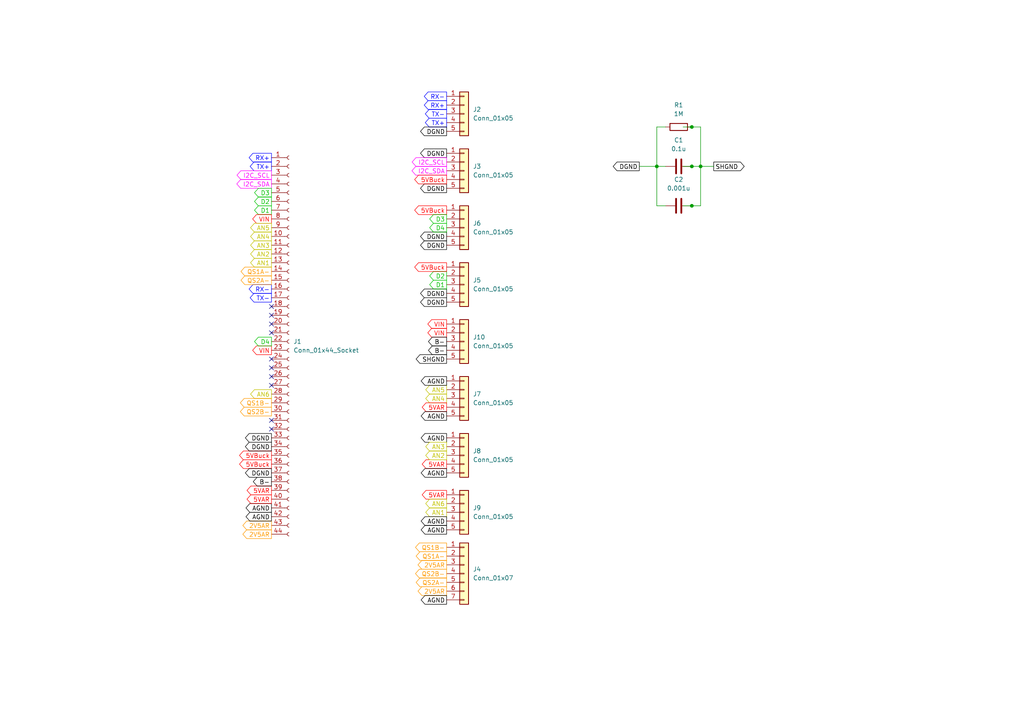
<source format=kicad_sch>
(kicad_sch (version 20231120) (generator "eeschema") (generator_version "8.0")
  (paper "A4")
  (lib_symbols
    (symbol "Connector:Conn_01x44_Socket" (pin_names (offset 1.016) hide)
      (property "Reference" "J" (at 0 55.88 0))
      (property "Value" "Conn_01x44_Socket" (at 0 -58.42 0))
      (symbol "Conn_01x44_Socket_1_1"
        (arc (start 0 -55.372) (mid -0.5058 -55.88) (end 0 -56.388) (stroke (width 0.1524)))
        (arc (start 0 -52.832) (mid -0.5058 -53.34) (end 0 -53.848) (stroke (width 0.1524)))
        (arc (start 0 -50.292) (mid -0.5058 -50.8) (end 0 -51.308) (stroke (width 0.1524)))
        (arc (start 0 -47.752) (mid -0.5058 -48.26) (end 0 -48.768) (stroke (width 0.1524)))
        (arc (start 0 -45.212) (mid -0.5058 -45.72) (end 0 -46.228) (stroke (width 0.1524)))
        (arc (start 0 -42.672) (mid -0.5058 -43.18) (end 0 -43.688) (stroke (width 0.1524)))
        (arc (start 0 -40.132) (mid -0.5058 -40.64) (end 0 -41.148) (stroke (width 0.1524)))
        (arc (start 0 -37.592) (mid -0.5058 -38.1) (end 0 -38.608) (stroke (width 0.1524)))
        (arc (start 0 -35.052) (mid -0.5058 -35.56) (end 0 -36.068) (stroke (width 0.1524)))
        (arc (start 0 -32.512) (mid -0.5058 -33.02) (end 0 -33.528) (stroke (width 0.1524)))
        (arc (start 0 -29.972) (mid -0.5058 -30.48) (end 0 -30.988) (stroke (width 0.1524)))
        (arc (start 0 -27.432) (mid -0.5058 -27.94) (end 0 -28.448) (stroke (width 0.1524)))
        (arc (start 0 -24.892) (mid -0.5058 -25.4) (end 0 -25.908) (stroke (width 0.1524)))
        (arc (start 0 -22.352) (mid -0.5058 -22.86) (end 0 -23.368) (stroke (width 0.1524)))
        (arc (start 0 -19.812) (mid -0.5058 -20.32) (end 0 -20.828) (stroke (width 0.1524)))
        (arc (start 0 -17.272) (mid -0.5058 -17.78) (end 0 -18.288) (stroke (width 0.1524)))
        (arc (start 0 -14.732) (mid -0.5058 -15.24) (end 0 -15.748) (stroke (width 0.1524)))
        (arc (start 0 -12.192) (mid -0.5058 -12.7) (end 0 -13.208) (stroke (width 0.1524)))
        (arc (start 0 -9.652) (mid -0.5058 -10.16) (end 0 -10.668) (stroke (width 0.1524)))
        (arc (start 0 -7.112) (mid -0.5058 -7.62) (end 0 -8.128) (stroke (width 0.1524)))
        (arc (start 0 -4.572) (mid -0.5058 -5.08) (end 0 -5.588) (stroke (width 0.1524)))
        (arc (start 0 -2.032) (mid -0.5058 -2.54) (end 0 -3.048) (stroke (width 0.1524)))
        (polyline (pts (xy -1.27 -55.88) (xy -0.508 -55.88)) (stroke (width 0.1524)))
        (polyline (pts (xy -1.27 -53.34) (xy -0.508 -53.34)) (stroke (width 0.1524)))
        (polyline (pts (xy -1.27 -50.8) (xy -0.508 -50.8)) (stroke (width 0.1524)))
        (polyline (pts (xy -1.27 -48.26) (xy -0.508 -48.26)) (stroke (width 0.1524)))
        (polyline (pts (xy -1.27 -45.72) (xy -0.508 -45.72)) (stroke (width 0.1524)))
        (polyline (pts (xy -1.27 -43.18) (xy -0.508 -43.18)) (stroke (width 0.1524)))
        (polyline (pts (xy -1.27 -40.64) (xy -0.508 -40.64)) (stroke (width 0.1524)))
        (polyline (pts (xy -1.27 -38.1) (xy -0.508 -38.1)) (stroke (width 0.1524)))
        (polyline (pts (xy -1.27 -35.56) (xy -0.508 -35.56)) (stroke (width 0.1524)))
        (polyline (pts (xy -1.27 -33.02) (xy -0.508 -33.02)) (stroke (width 0.1524)))
        (polyline (pts (xy -1.27 -30.48) (xy -0.508 -30.48)) (stroke (width 0.1524)))
        (polyline (pts (xy -1.27 -27.94) (xy -0.508 -27.94)) (stroke (width 0.1524)))
        (polyline (pts (xy -1.27 -25.4) (xy -0.508 -25.4)) (stroke (width 0.1524)))
        (polyline (pts (xy -1.27 -22.86) (xy -0.508 -22.86)) (stroke (width 0.1524)))
        (polyline (pts (xy -1.27 -20.32) (xy -0.508 -20.32)) (stroke (width 0.1524)))
        (polyline (pts (xy -1.27 -17.78) (xy -0.508 -17.78)) (stroke (width 0.1524)))
        (polyline (pts (xy -1.27 -15.24) (xy -0.508 -15.24)) (stroke (width 0.1524)))
        (polyline (pts (xy -1.27 -12.7) (xy -0.508 -12.7)) (stroke (width 0.1524)))
        (polyline (pts (xy -1.27 -10.16) (xy -0.508 -10.16)) (stroke (width 0.1524)))
        (polyline (pts (xy -1.27 -7.62) (xy -0.508 -7.62)) (stroke (width 0.1524)))
        (polyline (pts (xy -1.27 -5.08) (xy -0.508 -5.08)) (stroke (width 0.1524)))
        (polyline (pts (xy -1.27 -2.54) (xy -0.508 -2.54)) (stroke (width 0.1524)))
        (polyline (pts (xy -1.27 0) (xy -0.508 0)) (stroke (width 0.1524)))
        (polyline (pts (xy -1.27 2.54) (xy -0.508 2.54)) (stroke (width 0.1524)))
        (polyline (pts (xy -1.27 5.08) (xy -0.508 5.08)) (stroke (width 0.1524)))
        (polyline (pts (xy -1.27 7.62) (xy -0.508 7.62)) (stroke (width 0.1524)))
        (polyline (pts (xy -1.27 10.16) (xy -0.508 10.16)) (stroke (width 0.1524)))
        (polyline (pts (xy -1.27 12.7) (xy -0.508 12.7)) (stroke (width 0.1524)))
        (polyline (pts (xy -1.27 15.24) (xy -0.508 15.24)) (stroke (width 0.1524)))
        (polyline (pts (xy -1.27 17.78) (xy -0.508 17.78)) (stroke (width 0.1524)))
        (polyline (pts (xy -1.27 20.32) (xy -0.508 20.32)) (stroke (width 0.1524)))
        (polyline (pts (xy -1.27 22.86) (xy -0.508 22.86)) (stroke (width 0.1524)))
        (polyline (pts (xy -1.27 25.4) (xy -0.508 25.4)) (stroke (width 0.1524)))
        (polyline (pts (xy -1.27 27.94) (xy -0.508 27.94)) (stroke (width 0.1524)))
        (polyline (pts (xy -1.27 30.48) (xy -0.508 30.48)) (stroke (width 0.1524)))
        (polyline (pts (xy -1.27 33.02) (xy -0.508 33.02)) (stroke (width 0.1524)))
        (polyline (pts (xy -1.27 35.56) (xy -0.508 35.56)) (stroke (width 0.1524)))
        (polyline (pts (xy -1.27 38.1) (xy -0.508 38.1)) (stroke (width 0.1524)))
        (polyline (pts (xy -1.27 40.64) (xy -0.508 40.64)) (stroke (width 0.1524)))
        (polyline (pts (xy -1.27 43.18) (xy -0.508 43.18)) (stroke (width 0.1524)))
        (polyline (pts (xy -1.27 45.72) (xy -0.508 45.72)) (stroke (width 0.1524)))
        (polyline (pts (xy -1.27 48.26) (xy -0.508 48.26)) (stroke (width 0.1524)))
        (polyline (pts (xy -1.27 50.8) (xy -0.508 50.8)) (stroke (width 0.1524)))
        (polyline (pts (xy -1.27 53.34) (xy -0.508 53.34)) (stroke (width 0.1524)))
        (arc (start 0 0.508) (mid -0.5058 0) (end 0 -0.508) (stroke (width 0.1524)))
        (arc (start 0 3.048) (mid -0.5058 2.54) (end 0 2.032) (stroke (width 0.1524)))
        (arc (start 0 5.588) (mid -0.5058 5.08) (end 0 4.572) (stroke (width 0.1524)))
        (arc (start 0 8.128) (mid -0.5058 7.62) (end 0 7.112) (stroke (width 0.1524)))
        (arc (start 0 10.668) (mid -0.5058 10.16) (end 0 9.652) (stroke (width 0.1524)))
        (arc (start 0 13.208) (mid -0.5058 12.7) (end 0 12.192) (stroke (width 0.1524)))
        (arc (start 0 15.748) (mid -0.5058 15.24) (end 0 14.732) (stroke (width 0.1524)))
        (arc (start 0 18.288) (mid -0.5058 17.78) (end 0 17.272) (stroke (width 0.1524)))
        (arc (start 0 20.828) (mid -0.5058 20.32) (end 0 19.812) (stroke (width 0.1524)))
        (arc (start 0 23.368) (mid -0.5058 22.86) (end 0 22.352) (stroke (width 0.1524)))
        (arc (start 0 25.908) (mid -0.5058 25.4) (end 0 24.892) (stroke (width 0.1524)))
        (arc (start 0 28.448) (mid -0.5058 27.94) (end 0 27.432) (stroke (width 0.1524)))
        (arc (start 0 30.988) (mid -0.5058 30.48) (end 0 29.972) (stroke (width 0.1524)))
        (arc (start 0 33.528) (mid -0.5058 33.02) (end 0 32.512) (stroke (width 0.1524)))
        (arc (start 0 36.068) (mid -0.5058 35.56) (end 0 35.052) (stroke (width 0.1524)))
        (arc (start 0 38.608) (mid -0.5058 38.1) (end 0 37.592) (stroke (width 0.1524)))
        (arc (start 0 41.148) (mid -0.5058 40.64) (end 0 40.132) (stroke (width 0.1524)))
        (arc (start 0 43.688) (mid -0.5058 43.18) (end 0 42.672) (stroke (width 0.1524)))
        (arc (start 0 46.228) (mid -0.5058 45.72) (end 0 45.212) (stroke (width 0.1524)))
        (arc (start 0 48.768) (mid -0.5058 48.26) (end 0 47.752) (stroke (width 0.1524)))
        (arc (start 0 51.308) (mid -0.5058 50.8) (end 0 50.292) (stroke (width 0.1524)))
        (arc (start 0 53.848) (mid -0.5058 53.34) (end 0 52.832) (stroke (width 0.1524)))
        (pin passive line (at -5.08 53.34 0) (length 3.81) (name "Pin_1") (number "1"))
        (pin passive line (at -5.08 30.48 0) (length 3.81) (name "Pin_10") (number "10"))
        (pin passive line (at -5.08 27.94 0) (length 3.81) (name "Pin_11") (number "11"))
        (pin passive line (at -5.08 25.4 0) (length 3.81) (name "Pin_12") (number "12"))
        (pin passive line (at -5.08 22.86 0) (length 3.81) (name "Pin_13") (number "13"))
        (pin passive line (at -5.08 20.32 0) (length 3.81) (name "Pin_14") (number "14"))
        (pin passive line (at -5.08 17.78 0) (length 3.81) (name "Pin_15") (number "15"))
        (pin passive line (at -5.08 15.24 0) (length 3.81) (name "Pin_16") (number "16"))
        (pin passive line (at -5.08 12.7 0) (length 3.81) (name "Pin_17") (number "17"))
        (pin passive line (at -5.08 10.16 0) (length 3.81) (name "Pin_18") (number "18"))
        (pin passive line (at -5.08 7.62 0) (length 3.81) (name "Pin_19") (number "19"))
        (pin passive line (at -5.08 50.8 0) (length 3.81) (name "Pin_2") (number "2"))
        (pin passive line (at -5.08 5.08 0) (length 3.81) (name "Pin_20") (number "20"))
        (pin passive line (at -5.08 2.54 0) (length 3.81) (name "Pin_21") (number "21"))
        (pin passive line (at -5.08 0 0) (length 3.81) (name "Pin_22") (number "22"))
        (pin passive line (at -5.08 -2.54 0) (length 3.81) (name "Pin_23") (number "23"))
        (pin passive line (at -5.08 -5.08 0) (length 3.81) (name "Pin_24") (number "24"))
        (pin passive line (at -5.08 -7.62 0) (length 3.81) (name "Pin_25") (number "25"))
        (pin passive line (at -5.08 -10.16 0) (length 3.81) (name "Pin_26") (number "26"))
        (pin passive line (at -5.08 -12.7 0) (length 3.81) (name "Pin_27") (number "27"))
        (pin passive line (at -5.08 -15.24 0) (length 3.81) (name "Pin_28") (number "28"))
        (pin passive line (at -5.08 -17.78 0) (length 3.81) (name "Pin_29") (number "29"))
        (pin passive line (at -5.08 48.26 0) (length 3.81) (name "Pin_3") (number "3"))
        (pin passive line (at -5.08 -20.32 0) (length 3.81) (name "Pin_30") (number "30"))
        (pin passive line (at -5.08 -22.86 0) (length 3.81) (name "Pin_31") (number "31"))
        (pin passive line (at -5.08 -25.4 0) (length 3.81) (name "Pin_32") (number "32"))
        (pin passive line (at -5.08 -27.94 0) (length 3.81) (name "Pin_33") (number "33"))
        (pin passive line (at -5.08 -30.48 0) (length 3.81) (name "Pin_34") (number "34"))
        (pin passive line (at -5.08 -33.02 0) (length 3.81) (name "Pin_35") (number "35"))
        (pin passive line (at -5.08 -35.56 0) (length 3.81) (name "Pin_36") (number "36"))
        (pin passive line (at -5.08 -38.1 0) (length 3.81) (name "Pin_37") (number "37"))
        (pin passive line (at -5.08 -40.64 0) (length 3.81) (name "Pin_38") (number "38"))
        (pin passive line (at -5.08 -43.18 0) (length 3.81) (name "Pin_39") (number "39"))
        (pin passive line (at -5.08 45.72 0) (length 3.81) (name "Pin_4") (number "4"))
        (pin passive line (at -5.08 -45.72 0) (length 3.81) (name "Pin_40") (number "40"))
        (pin passive line (at -5.08 -48.26 0) (length 3.81) (name "Pin_41") (number "41"))
        (pin passive line (at -5.08 -50.8 0) (length 3.81) (name "Pin_42") (number "42"))
        (pin passive line (at -5.08 -53.34 0) (length 3.81) (name "Pin_43") (number "43"))
        (pin passive line (at -5.08 -55.88 0) (length 3.81) (name "Pin_44") (number "44"))
        (pin passive line (at -5.08 43.18 0) (length 3.81) (name "Pin_5") (number "5"))
        (pin passive line (at -5.08 40.64 0) (length 3.81) (name "Pin_6") (number "6"))
        (pin passive line (at -5.08 38.1 0) (length 3.81) (name "Pin_7") (number "7"))
        (pin passive line (at -5.08 35.56 0) (length 3.81) (name "Pin_8") (number "8"))
        (pin passive line (at -5.08 33.02 0) (length 3.81) (name "Pin_9") (number "9"))
      )
    )
    (symbol "Connector_Generic:Conn_01x05" (pin_names (offset 1.016) hide)
      (property "Reference" "J" (at 0 7.62 0))
      (property "Value" "Conn_01x05" (at 0 -7.62 0))
      (symbol "Conn_01x05_1_1"
        (rectangle (start -1.27 -4.953) (end 0 -5.207) (stroke (width 0.1524)))
        (rectangle (start -1.27 -2.413) (end 0 -2.667) (stroke (width 0.1524)))
        (rectangle (start -1.27 0.127) (end 0 -0.127) (stroke (width 0.1524)))
        (rectangle (start -1.27 2.667) (end 0 2.413) (stroke (width 0.1524)))
        (rectangle (start -1.27 5.207) (end 0 4.953) (stroke (width 0.1524)))
        (rectangle (start -1.27 6.35) (end 1.27 -6.35) (stroke (width 0.254)) (fill (type background)))
        (pin passive line (at -5.08 5.08 0) (length 3.81) (name "Pin_1") (number "1"))
        (pin passive line (at -5.08 2.54 0) (length 3.81) (name "Pin_2") (number "2"))
        (pin passive line (at -5.08 0 0) (length 3.81) (name "Pin_3") (number "3"))
        (pin passive line (at -5.08 -2.54 0) (length 3.81) (name "Pin_4") (number "4"))
        (pin passive line (at -5.08 -5.08 0) (length 3.81) (name "Pin_5") (number "5"))
      )
    )
    (symbol "Connector_Generic:Conn_01x07" (pin_names (offset 1.016) hide)
      (property "Reference" "J" (at 0 10.16 0))
      (property "Value" "Conn_01x07" (at 0 -10.16 0))
      (symbol "Conn_01x07_1_1"
        (rectangle (start -1.27 -7.493) (end 0 -7.747) (stroke (width 0.1524)))
        (rectangle (start -1.27 -4.953) (end 0 -5.207) (stroke (width 0.1524)))
        (rectangle (start -1.27 -2.413) (end 0 -2.667) (stroke (width 0.1524)))
        (rectangle (start -1.27 0.127) (end 0 -0.127) (stroke (width 0.1524)))
        (rectangle (start -1.27 2.667) (end 0 2.413) (stroke (width 0.1524)))
        (rectangle (start -1.27 5.207) (end 0 4.953) (stroke (width 0.1524)))
        (rectangle (start -1.27 7.747) (end 0 7.493) (stroke (width 0.1524)))
        (rectangle (start -1.27 8.89) (end 1.27 -8.89) (stroke (width 0.254)) (fill (type background)))
        (pin passive line (at -5.08 7.62 0) (length 3.81) (name "Pin_1") (number "1"))
        (pin passive line (at -5.08 5.08 0) (length 3.81) (name "Pin_2") (number "2"))
        (pin passive line (at -5.08 2.54 0) (length 3.81) (name "Pin_3") (number "3"))
        (pin passive line (at -5.08 0 0) (length 3.81) (name "Pin_4") (number "4"))
        (pin passive line (at -5.08 -2.54 0) (length 3.81) (name "Pin_5") (number "5"))
        (pin passive line (at -5.08 -5.08 0) (length 3.81) (name "Pin_6") (number "6"))
        (pin passive line (at -5.08 -7.62 0) (length 3.81) (name "Pin_7") (number "7"))
      )
    )
    (symbol "Device:C" (pin_numbers hide) (pin_names (offset 0.254))
      (property "Reference" "C" (at 0.635 2.54 0))
      (property "Value" "C" (at 0.635 -2.54 0))
      (symbol "C_0_1"
        (polyline (pts (xy -2.032 -0.762) (xy 2.032 -0.762)) (stroke (width 0.508)))
        (polyline (pts (xy -2.032 0.762) (xy 2.032 0.762)) (stroke (width 0.508)))
      )
      (symbol "C_1_1"
        (pin passive line (at 0 3.81 270) (length 2.794) (name "~") (number "1"))
        (pin passive line (at 0 -3.81 90) (length 2.794) (name "~") (number "2"))
      )
    )
    (symbol "Device:R" (pin_numbers hide) (pin_names (offset 0))
      (property "Reference" "R" (at 2.032 0 90))
      (property "Value" "R" (at 0 0 90))
      (symbol "R_0_1"
        (rectangle (start -1.016 -2.54) (end 1.016 2.54) (stroke (width 0.254)))
      )
      (symbol "R_1_1"
        (pin passive line (at 0 3.81 270) (length 1.27) (name "~") (number "1"))
        (pin passive line (at 0 -3.81 90) (length 1.27) (name "~") (number "2"))
      )
    )
  )
  (junction (at 203.2 48.26))
  (junction (at 190.5 48.26))
  (junction (at 200.66 59.69))
  (junction (at 200.66 48.26))
  (junction (at 200.66 36.83))
  (no_connect (at 78.74 106.68))
  (no_connect (at 78.74 93.98))
  (no_connect (at 78.74 104.14))
  (no_connect (at 78.74 88.9))
  (no_connect (at 78.74 121.92))
  (no_connect (at 78.74 124.46))
  (no_connect (at 78.74 96.52))
  (no_connect (at 78.74 109.22))
  (no_connect (at 78.74 91.44))
  (no_connect (at 78.74 111.76))
  (wire (pts (xy 207.01 48.26) (xy 203.2 48.26)))
  (wire (pts (xy 190.5 48.26) (xy 193.04 48.26)))
  (wire (pts (xy 190.5 36.83) (xy 190.5 48.26)))
  (wire (pts (xy 198.12 36.83) (xy 200.66 36.83)))
  (wire (pts (xy 193.04 59.69) (xy 190.5 59.69)))
  (wire (pts (xy 198.12 48.26) (xy 200.66 48.26)))
  (wire (pts (xy 185.42 48.26) (xy 190.5 48.26)))
  (wire (pts (xy 200.66 48.26) (xy 203.2 48.26)))
  (wire (pts (xy 203.2 48.26) (xy 203.2 59.69)))
  (wire (pts (xy 190.5 48.26) (xy 190.5 59.69)))
  (wire (pts (xy 203.2 36.83) (xy 203.2 48.26)))
  (wire (pts (xy 193.04 36.83) (xy 190.5 36.83)))
  (wire (pts (xy 203.2 59.69) (xy 200.66 59.69)))
  (wire (pts (xy 200.66 36.83) (xy 203.2 36.83)))
  (wire (pts (xy 198.12 59.69) (xy 200.66 59.69)))
  (global_label "TX-" (shape output) (at 78.74 86.36 180) (property "Intersheetrefs" "${INTERSHEET_REFS}" (effects (hide yes))))
  (global_label "I2C_SDA" (shape output) (at 129.54 49.53 180) (property "Intersheetrefs" "${INTERSHEET_REFS}" (effects (hide yes))))
  (global_label "D4" (shape output) (at 78.74 99.06 180) (property "Intersheetrefs" "${INTERSHEET_REFS}" (effects (hide yes))))
  (global_label "RX-" (shape output) (at 129.54 27.94 180) (property "Intersheetrefs" "${INTERSHEET_REFS}" (effects (hide yes))))
  (global_label "DGND" (shape output) (at 129.54 54.61 180) (property "Intersheetrefs" "${INTERSHEET_REFS}" (effects (hide yes))))
  (global_label "AN2" (shape output) (at 78.74 73.66 180) (property "Intersheetrefs" "${INTERSHEET_REFS}" (effects (hide yes))))
  (global_label "QS2B-" (shape output) (at 78.74 119.38 180) (property "Intersheetrefs" "${INTERSHEET_REFS}" (effects (hide yes))))
  (global_label "5VAR" (shape output) (at 78.74 142.24 180) (property "Intersheetrefs" "${INTERSHEET_REFS}" (effects (hide yes))))
  (global_label "2V5AR" (shape output) (at 78.74 154.94 180) (property "Intersheetrefs" "${INTERSHEET_REFS}" (effects (hide yes))))
  (global_label "AGND" (shape output) (at 129.54 110.49 180) (property "Intersheetrefs" "${INTERSHEET_REFS}" (effects (hide yes))))
  (global_label "TX-" (shape output) (at 129.54 33.02 180) (property "Intersheetrefs" "${INTERSHEET_REFS}" (effects (hide yes))))
  (global_label "SHGND" (shape output) (at 207.01 48.26 0) (property "Intersheetrefs" "${INTERSHEET_REFS}" (effects (hide yes))))
  (global_label "D1" (shape output) (at 129.54 82.55 180) (property "Intersheetrefs" "${INTERSHEET_REFS}" (effects (hide yes))))
  (global_label "D3" (shape output) (at 78.74 55.88 180) (property "Intersheetrefs" "${INTERSHEET_REFS}" (effects (hide yes))))
  (global_label "VIN" (shape output) (at 78.74 63.5 180) (property "Intersheetrefs" "${INTERSHEET_REFS}" (effects (hide yes))))
  (global_label "DGND" (shape output) (at 129.54 68.58 180) (property "Intersheetrefs" "${INTERSHEET_REFS}" (effects (hide yes))))
  (global_label "AGND" (shape output) (at 129.54 153.67 180) (property "Intersheetrefs" "${INTERSHEET_REFS}" (effects (hide yes))))
  (global_label "AN5" (shape output) (at 129.54 113.03 180) (property "Intersheetrefs" "${INTERSHEET_REFS}" (effects (hide yes))))
  (global_label "QS1B-" (shape output) (at 78.74 116.84 180) (property "Intersheetrefs" "${INTERSHEET_REFS}" (effects (hide yes))))
  (global_label "2V5AR" (shape output) (at 129.54 163.83 180) (property "Intersheetrefs" "${INTERSHEET_REFS}" (effects (hide yes))))
  (global_label "AN1" (shape output) (at 78.74 76.2 180) (property "Intersheetrefs" "${INTERSHEET_REFS}" (effects (hide yes))))
  (global_label "5VAR" (shape output) (at 129.54 143.51 180) (property "Intersheetrefs" "${INTERSHEET_REFS}" (effects (hide yes))))
  (global_label "D3" (shape output) (at 129.54 63.5 180) (property "Intersheetrefs" "${INTERSHEET_REFS}" (effects (hide yes))))
  (global_label "5VBuck" (shape output) (at 129.54 77.47 180) (property "Intersheetrefs" "${INTERSHEET_REFS}" (effects (hide yes))))
  (global_label "DGND" (shape output) (at 78.74 137.16 180) (property "Intersheetrefs" "${INTERSHEET_REFS}" (effects (hide yes))))
  (global_label "I2C_SDA" (shape output) (at 78.74 53.34 180) (property "Intersheetrefs" "${INTERSHEET_REFS}" (effects (hide yes))))
  (global_label "AN3" (shape output) (at 129.54 129.54 180) (property "Intersheetrefs" "${INTERSHEET_REFS}" (effects (hide yes))))
  (global_label "B-" (shape output) (at 129.54 99.06 180) (property "Intersheetrefs" "${INTERSHEET_REFS}" (effects (hide yes))))
  (global_label "5VBuck" (shape output) (at 129.54 60.96 180) (property "Intersheetrefs" "${INTERSHEET_REFS}" (effects (hide yes))))
  (global_label "B-" (shape output) (at 78.74 139.7 180) (property "Intersheetrefs" "${INTERSHEET_REFS}" (effects (hide yes))))
  (global_label "DGND" (shape output) (at 78.74 129.54 180) (property "Intersheetrefs" "${INTERSHEET_REFS}" (effects (hide yes))))
  (global_label "DGND" (shape output) (at 129.54 87.63 180) (property "Intersheetrefs" "${INTERSHEET_REFS}" (effects (hide yes))))
  (global_label "QS2A-" (shape output) (at 129.54 168.91 180) (property "Intersheetrefs" "${INTERSHEET_REFS}" (effects (hide yes))))
  (global_label "VIN" (shape output) (at 129.54 93.98 180) (property "Intersheetrefs" "${INTERSHEET_REFS}" (effects (hide yes))))
  (global_label "5VBuck" (shape output) (at 78.74 134.62 180) (property "Intersheetrefs" "${INTERSHEET_REFS}" (effects (hide yes))))
  (global_label "QS1A-" (shape output) (at 78.74 78.74 180) (property "Intersheetrefs" "${INTERSHEET_REFS}" (effects (hide yes))))
  (global_label "I2C_SCL" (shape output) (at 78.74 50.8 180) (property "Intersheetrefs" "${INTERSHEET_REFS}" (effects (hide yes))))
  (global_label "I2C_SCL" (shape output) (at 129.54 46.99 180) (property "Intersheetrefs" "${INTERSHEET_REFS}" (effects (hide yes))))
  (global_label "AGND" (shape output) (at 129.54 120.65 180) (property "Intersheetrefs" "${INTERSHEET_REFS}" (effects (hide yes))))
  (global_label "QS2A-" (shape output) (at 78.74 81.28 180) (property "Intersheetrefs" "${INTERSHEET_REFS}" (effects (hide yes))))
  (global_label "VIN" (shape output) (at 129.54 96.52 180) (property "Intersheetrefs" "${INTERSHEET_REFS}" (effects (hide yes))))
  (global_label "5VAR" (shape output) (at 129.54 118.11 180) (property "Intersheetrefs" "${INTERSHEET_REFS}" (effects (hide yes))))
  (global_label "AN5" (shape output) (at 78.74 66.04 180) (property "Intersheetrefs" "${INTERSHEET_REFS}" (effects (hide yes))))
  (global_label "DGND" (shape output) (at 129.54 44.45 180) (property "Intersheetrefs" "${INTERSHEET_REFS}" (effects (hide yes))))
  (global_label "AN1" (shape output) (at 129.54 148.59 180) (property "Intersheetrefs" "${INTERSHEET_REFS}" (effects (hide yes))))
  (global_label "5VAR" (shape output) (at 78.74 144.78 180) (property "Intersheetrefs" "${INTERSHEET_REFS}" (effects (hide yes))))
  (global_label "AN2" (shape output) (at 129.54 132.08 180) (property "Intersheetrefs" "${INTERSHEET_REFS}" (effects (hide yes))))
  (global_label "AGND" (shape output) (at 78.74 149.86 180) (property "Intersheetrefs" "${INTERSHEET_REFS}" (effects (hide yes))))
  (global_label "B-" (shape output) (at 129.54 101.6 180) (property "Intersheetrefs" "${INTERSHEET_REFS}" (effects (hide yes))))
  (global_label "AGND" (shape output) (at 129.54 137.16 180) (property "Intersheetrefs" "${INTERSHEET_REFS}" (effects (hide yes))))
  (global_label "AN6" (shape output) (at 129.54 146.05 180) (property "Intersheetrefs" "${INTERSHEET_REFS}" (effects (hide yes))))
  (global_label "5VAR" (shape output) (at 129.54 134.62 180) (property "Intersheetrefs" "${INTERSHEET_REFS}" (effects (hide yes))))
  (global_label "AN4" (shape output) (at 129.54 115.57 180) (property "Intersheetrefs" "${INTERSHEET_REFS}" (effects (hide yes))))
  (global_label "RX+" (shape output) (at 129.54 30.48 180) (property "Intersheetrefs" "${INTERSHEET_REFS}" (effects (hide yes))))
  (global_label "DGND" (shape output) (at 78.74 127 180) (property "Intersheetrefs" "${INTERSHEET_REFS}" (effects (hide yes))))
  (global_label "D2" (shape output) (at 78.74 58.42 180) (property "Intersheetrefs" "${INTERSHEET_REFS}" (effects (hide yes))))
  (global_label "AGND" (shape output) (at 129.54 151.13 180) (property "Intersheetrefs" "${INTERSHEET_REFS}" (effects (hide yes))))
  (global_label "RX-" (shape output) (at 78.74 83.82 180) (property "Intersheetrefs" "${INTERSHEET_REFS}" (effects (hide yes))))
  (global_label "5VBuck" (shape output) (at 129.54 52.07 180) (property "Intersheetrefs" "${INTERSHEET_REFS}" (effects (hide yes))))
  (global_label "AGND" (shape output) (at 129.54 127 180) (property "Intersheetrefs" "${INTERSHEET_REFS}" (effects (hide yes))))
  (global_label "2V5AR" (shape output) (at 78.74 152.4 180) (property "Intersheetrefs" "${INTERSHEET_REFS}" (effects (hide yes))))
  (global_label "QS1A-" (shape output) (at 129.54 161.29 180) (property "Intersheetrefs" "${INTERSHEET_REFS}" (effects (hide yes))))
  (global_label "DGND" (shape output) (at 129.54 85.09 180) (property "Intersheetrefs" "${INTERSHEET_REFS}" (effects (hide yes))))
  (global_label "AN3" (shape output) (at 78.74 71.12 180) (property "Intersheetrefs" "${INTERSHEET_REFS}" (effects (hide yes))))
  (global_label "D4" (shape output) (at 129.54 66.04 180) (property "Intersheetrefs" "${INTERSHEET_REFS}" (effects (hide yes))))
  (global_label "D1" (shape output) (at 78.74 60.96 180) (property "Intersheetrefs" "${INTERSHEET_REFS}" (effects (hide yes))))
  (global_label "VIN" (shape output) (at 78.74 101.6 180) (property "Intersheetrefs" "${INTERSHEET_REFS}" (effects (hide yes))))
  (global_label "AGND" (shape output) (at 129.54 173.99 180) (property "Intersheetrefs" "${INTERSHEET_REFS}" (effects (hide yes))))
  (global_label "AN6" (shape output) (at 78.74 114.3 180) (property "Intersheetrefs" "${INTERSHEET_REFS}" (effects (hide yes))))
  (global_label "AN4" (shape output) (at 78.74 68.58 180) (property "Intersheetrefs" "${INTERSHEET_REFS}" (effects (hide yes))))
  (global_label "SHGND" (shape output) (at 129.54 104.14 180) (property "Intersheetrefs" "${INTERSHEET_REFS}" (effects (hide yes))))
  (global_label "QS1B-" (shape output) (at 129.54 158.75 180) (property "Intersheetrefs" "${INTERSHEET_REFS}" (effects (hide yes))))
  (global_label "DGND" (shape output) (at 185.42 48.26 180) (property "Intersheetrefs" "${INTERSHEET_REFS}" (effects (hide yes))))
  (global_label "TX+" (shape output) (at 78.74 48.26 180) (property "Intersheetrefs" "${INTERSHEET_REFS}" (effects (hide yes))))
  (global_label "DGND" (shape output) (at 129.54 38.1 180) (property "Intersheetrefs" "${INTERSHEET_REFS}" (effects (hide yes))))
  (global_label "TX+" (shape output) (at 129.54 35.56 180) (property "Intersheetrefs" "${INTERSHEET_REFS}" (effects (hide yes))))
  (global_label "5VBuck" (shape output) (at 78.74 132.08 180) (property "Intersheetrefs" "${INTERSHEET_REFS}" (effects (hide yes))))
  (global_label "AGND" (shape output) (at 78.74 147.32 180) (property "Intersheetrefs" "${INTERSHEET_REFS}" (effects (hide yes))))
  (global_label "D2" (shape output) (at 129.54 80.01 180) (property "Intersheetrefs" "${INTERSHEET_REFS}" (effects (hide yes))))
  (global_label "QS2B-" (shape output) (at 129.54 166.37 180) (property "Intersheetrefs" "${INTERSHEET_REFS}" (effects (hide yes))))
  (global_label "DGND" (shape output) (at 129.54 71.12 180) (property "Intersheetrefs" "${INTERSHEET_REFS}" (effects (hide yes))))
  (global_label "2V5AR" (shape output) (at 129.54 171.45 180) (property "Intersheetrefs" "${INTERSHEET_REFS}" (effects (hide yes))))
  (global_label "RX+" (shape output) (at 78.74 45.72 180) (property "Intersheetrefs" "${INTERSHEET_REFS}" (effects (hide yes))))
  (symbol (lib_id "Connector_Generic:Conn_01x05") (at 134.62 82.55 0) (unit 1)
    (property "Reference" "J5" (at 137.16 81.2799 0) (effects (justify left)))
    (property "Value" "Conn_01x05" (at 137.16 83.8199 0) (effects (justify left)))
    (property "Footprint" "Connector_Wire:1x5WirePadsBack" (effects (hide yes)))
    (property "Description" "Generic connector, single row, 01x05, script generated (kicad-library-utils/schlib/autogen/connector/)" (effects (hide yes)))
  )
  (symbol (lib_id "Connector_Generic:Conn_01x05") (at 134.62 148.59 0) (unit 1)
    (property "Reference" "J9" (at 137.16 147.3199 0) (effects (justify left)))
    (property "Value" "Conn_01x05" (at 137.16 149.8599 0) (effects (justify left)))
    (property "Footprint" "Connector_Wire:1x5WirePadsBack" (effects (hide yes)))
    (property "Description" "Generic connector, single row, 01x05, script generated (kicad-library-utils/schlib/autogen/connector/)" (effects (hide yes)))
  )
  (symbol (lib_id "Device:C") (at 196.85 48.26 90) (unit 1)
    (property "Reference" "C1" (at 196.85 40.64 90))
    (property "Value" "0.1u" (at 196.85 43.18 90))
    (property "Footprint" "Capacitor_SMD:C_0603_1608Metric" (effects (hide yes)))
    (property "Description" "Unpolarized capacitor" (effects (hide yes)))
  )
  (symbol (lib_id "Connector:Conn_01x44_Socket") (at 83.82 99.06 0) (unit 1)
    (property "Reference" "J1" (at 85.09 99.0599 0) (effects (justify left)))
    (property "Value" "Conn_01x44_Socket" (at 85.09 101.5999 0) (effects (justify left)))
    (property "Footprint" "21xt_footprints:AMPHENOL_ICD44S13E4GX00LF" (effects (hide yes)))
    (property "Description" "\"Generic connector, single row, 01x44, script generated\"" (effects (hide yes)))
  )
  (symbol (lib_id "Device:C") (at 196.85 59.69 270) (unit 1)
    (property "Reference" "C2" (at 196.85 52.07 90))
    (property "Value" "0.001u" (at 196.85 54.61 90))
    (property "Footprint" "Capacitor_SMD:C_0603_1608Metric" (effects (hide yes)))
    (property "Description" "Unpolarized capacitor" (effects (hide yes)))
  )
  (symbol (lib_id "Connector_Generic:Conn_01x05") (at 134.62 115.57 0) (unit 1)
    (property "Reference" "J7" (at 137.16 114.2999 0) (effects (justify left)))
    (property "Value" "Conn_01x05" (at 137.16 116.8399 0) (effects (justify left)))
    (property "Footprint" "Connector_Wire:1x5WirePadsBack" (effects (hide yes)))
    (property "Description" "Generic connector, single row, 01x05, script generated (kicad-library-utils/schlib/autogen/connector/)" (effects (hide yes)))
  )
  (symbol (lib_id "Device:R") (at 196.85 36.83 90) (unit 1)
    (property "Reference" "R1" (at 196.85 30.48 90))
    (property "Value" "1M" (at 196.85 33.02 90))
    (property "Footprint" "Resistor_SMD:R_0603_1608Metric" (effects (hide yes)))
    (property "Description" "Resistor" (effects (hide yes)))
  )
  (symbol (lib_id "Connector_Generic:Conn_01x07") (at 134.62 166.37 0) (unit 1)
    (property "Reference" "J4" (at 137.16 165.0999 0) (effects (justify left)))
    (property "Value" "Conn_01x07" (at 137.16 167.6399 0) (effects (justify left)))
    (property "Footprint" "Connector_Wire:1x7WirePads" (effects (hide yes)))
    (property "Description" "Generic connector, single row, 01x07, script generated (kicad-library-utils/schlib/autogen/connector/)" (effects (hide yes)))
  )
  (symbol (lib_id "Connector_Generic:Conn_01x05") (at 134.62 132.08 0) (unit 1)
    (property "Reference" "J8" (at 137.16 130.8099 0) (effects (justify left)))
    (property "Value" "Conn_01x05" (at 137.16 133.3499 0) (effects (justify left)))
    (property "Footprint" "Connector_Wire:1x5WirePadsFront" (effects (hide yes)))
    (property "Description" "Generic connector, single row, 01x05, script generated (kicad-library-utils/schlib/autogen/connector/)" (effects (hide yes)))
  )
  (symbol (lib_id "Connector_Generic:Conn_01x05") (at 134.62 99.06 0) (unit 1)
    (property "Reference" "J10" (at 137.16 97.7899 0) (effects (justify left)))
    (property "Value" "Conn_01x05" (at 137.16 100.3299 0) (effects (justify left)))
    (property "Footprint" "Connector_Wire:1x5WirePadsFront" (effects (hide yes)))
    (property "Description" "Generic connector, single row, 01x05, script generated (kicad-library-utils/schlib/autogen/connector/)" (effects (hide yes)))
  )
  (symbol (lib_id "Connector_Generic:Conn_01x05") (at 134.62 33.02 0) (unit 1)
    (property "Reference" "J2" (at 137.16 31.7499 0) (effects (justify left)))
    (property "Value" "Conn_01x05" (at 137.16 34.2899 0) (effects (justify left)))
    (property "Footprint" "Connector_Wire:1x5WirePadsFront" (effects (hide yes)))
    (property "Description" "Generic connector, single row, 01x05, script generated (kicad-library-utils/schlib/autogen/connector/)" (effects (hide yes)))
  )
  (symbol (lib_id "Connector_Generic:Conn_01x05") (at 134.62 49.53 0) (unit 1)
    (property "Reference" "J3" (at 137.16 48.2599 0) (effects (justify left)))
    (property "Value" "Conn_01x05" (at 137.16 50.7999 0) (effects (justify left)))
    (property "Footprint" "Connector_Wire:1x5WirePadsBack" (effects (hide yes)))
    (property "Description" "Generic connector, single row, 01x05, script generated (kicad-library-utils/schlib/autogen/connector/)" (effects (hide yes)))
  )
  (symbol (lib_id "Connector_Generic:Conn_01x05") (at 134.62 66.04 0) (unit 1)
    (property "Reference" "J6" (at 137.16 64.7699 0) (effects (justify left)))
    (property "Value" "Conn_01x05" (at 137.16 67.3099 0) (effects (justify left)))
    (property "Footprint" "Connector_Wire:1x5WirePadsFront" (effects (hide yes)))
    (property "Description" "Generic connector, single row, 01x05, script generated (kicad-library-utils/schlib/autogen/connector/)" (effects (hide yes)))
  )
)
</source>
